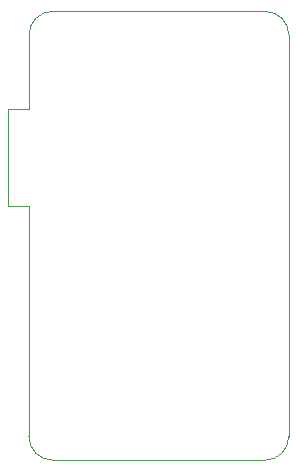
<source format=gbr>
G04 #@! TF.GenerationSoftware,KiCad,Pcbnew,(5.1.4)-1*
G04 #@! TF.CreationDate,2019-12-19T16:51:40-07:00*
G04 #@! TF.ProjectId,CruiseController,43727569-7365-4436-9f6e-74726f6c6c65,rev?*
G04 #@! TF.SameCoordinates,Original*
G04 #@! TF.FileFunction,Profile,NP*
%FSLAX46Y46*%
G04 Gerber Fmt 4.6, Leading zero omitted, Abs format (unit mm)*
G04 Created by KiCad (PCBNEW (5.1.4)-1) date 2019-12-19 16:51:40*
%MOMM*%
%LPD*%
G04 APERTURE LIST*
%ADD10C,0.100000*%
G04 APERTURE END LIST*
D10*
X100000000Y-86500000D02*
X100000000Y-106000000D01*
X98200000Y-86500000D02*
X100000000Y-86500000D01*
X98200000Y-78300000D02*
X98200000Y-86500000D01*
X100000000Y-78300000D02*
X98200000Y-78300000D01*
X100000000Y-72000000D02*
X100000000Y-78300000D01*
X100000000Y-72000000D02*
G75*
G02X102000000Y-70000000I2000000J0D01*
G01*
X120000000Y-70000000D02*
G75*
G02X122000000Y-72000000I0J-2000000D01*
G01*
X122000000Y-106000000D02*
G75*
G02X120000000Y-108000000I-2000000J0D01*
G01*
X102000000Y-108000000D02*
G75*
G02X100000000Y-106000000I0J2000000D01*
G01*
X120000000Y-108000000D02*
X102000000Y-108000000D01*
X122000000Y-72000000D02*
X122000000Y-106000000D01*
X102000000Y-70000000D02*
X120000000Y-70000000D01*
M02*

</source>
